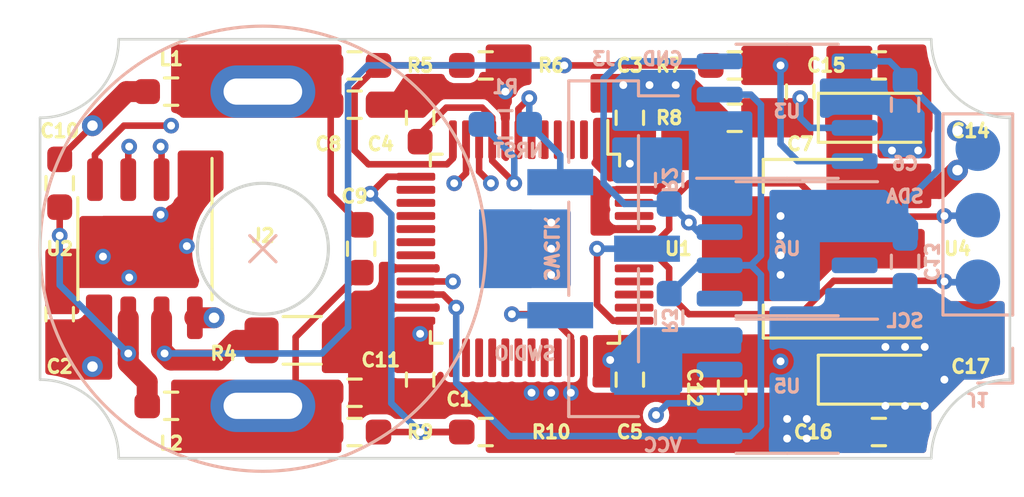
<source format=kicad_pcb>
(kicad_pcb (version 20211014) (generator pcbnew)
  (layers (0 "F.Cu" signal) (1 "In1.Cu" signal) (2 "In2.Cu" signal) (31 "B.Cu" signal) (34 "B.Paste" user) (35 "F.Paste" user) (36 "B.SilkS" user "B.Silkscreen") (37 "F.SilkS" user "F.Silkscreen") (38 "B.Mask" user) (39 "F.Mask" user) (44 "Edge.Cuts" user))
  (net 0 "")
  (net 1 "GNDD")
  (net 2 "+3V3")
  (net 3 "+5V")
  (net 4 "Net-(C7-Pad1)")
  (net 5 "Net-(C7-Pad2)")
  (net 6 "Net-(C8-Pad1)")
  (net 7 "Net-(C11-Pad2)")
  (net 8 "HB1")
  (net 9 "HB2")
  (net 10 "SCL1")
  (net 11 "SDA1")
  (net 12 "SWCLK")
  (net 13 "SWDIO")
  (net 14 "NRST")
  (net 15 "SCL2")
  (net 16 "SDA2")
  (net 17 "ISENS")
  (net 18 "ADC1")
  (net 19 "ADC2")
  (net 26 "DRV1")
  (net 27 "DRV2")
  (footprint "Resistor_SMD:R_0603_1608Metric_Pad0.98x0.95mm_HandSolder" (layer "F.Cu") (at 47 43 180)
    (fp_text reference "C11")
    (fp_text value "1nF")
  )
  (footprint "Resistor_SMD:R_0603_1608Metric_Pad0.98x0.95mm_HandSolder" (layer "F.Cu") (at 52 44.5)
    (fp_text reference "R10")
    (fp_text value "10K")
  )
  (footprint "Resistor_SMD:R_0603_1608Metric_Pad0.98x0.95mm_HandSolder" (layer "F.Cu") (at 47.25 37.5 -90)
    (fp_text reference "C9")
    (fp_text value "1nF")
  )
  (footprint "Custom Footprints:DC motor 17mm" (layer "F.Cu") (at 43.5 37.5)
    (fp_text reference "J2")
    (fp_text value "MOTOR")
    (fp_circle (center 0 0) (end 2.5 0) (layer "Edge.Cuts") (width 0.12) (fill none))
  )
  (footprint "Resistor_SMD:R_0603_1608Metric_Pad0.98x0.95mm_HandSolder" (layer "F.Cu") (at 67 44.5)
    (fp_text reference "C16")
    (fp_text value "100nF")
  )
  (footprint "Resistor_SMD:R_1206_3216Metric_Pad1.30x1.75mm_HandSolder" (layer "F.Cu") (at 45 41)
    (fp_text reference "R4")
    (fp_text value "100m")
  )
  (footprint "Resistor_SMD:R_0603_1608Metric_Pad0.98x0.95mm_HandSolder" (layer "F.Cu") (at 40 31.5 180)
    (fp_text reference "L1")
    (fp_text value "Ferrite")
  )
  (footprint "Resistor_SMD:R_0603_1608Metric_Pad0.98x0.95mm_HandSolder" (layer "F.Cu") (at 47 44.5)
    (fp_text reference "R9")
    (fp_text value "10K")
  )
  (footprint "Resistor_SMD:R_0603_1608Metric_Pad0.98x0.95mm_HandSolder" (layer "F.Cu") (at 57.5 32.5 -90)
    (fp_text reference "C3")
    (fp_text value "100nF")
  )
  (footprint "Package_SO:SOIC-8-1EP_3.9x4.9mm_P1.27mm_EP2.514x3.2mm" (layer "F.Cu") (at 39 37.5 -90)
    (fp_text reference "U2")
    (fp_text value "DRV8870DDA")
  )
  (footprint "Resistor_SMD:R_0603_1608Metric_Pad0.98x0.95mm_HandSolder" (layer "F.Cu") (at 35.75 35 -90)
    (fp_text reference "C10")
    (fp_text value "10nF")
  )
  (footprint "Resistor_SMD:R_0603_1608Metric_Pad0.98x0.95mm_HandSolder" (layer "F.Cu") (at 67 30.5)
    (fp_text reference "C15")
    (fp_text value "100nF")
  )
  (footprint "Resistor_SMD:R_0603_1608Metric_Pad0.98x0.95mm_HandSolder" (layer "F.Cu") (at 64 31.5 -90)
    (fp_text reference "C7")
    (fp_text value "100nF")
  )
  (footprint "Resistor_SMD:R_0603_1608Metric_Pad0.98x0.95mm_HandSolder" (layer "F.Cu") (at 52 30.5)
    (fp_text reference "R6")
    (fp_text value "10K")
  )
  (footprint "Capacitor_Tantalum_SMD:CP_EIA-3216-10_Kemet-I" (layer "F.Cu") (at 67 42.5)
    (fp_text reference "C17")
    (fp_text value "100uF")
  )
  (footprint "Package_TO_SOT_SMD:SOT-223-3_TabPin2" (layer "F.Cu") (at 64.5 37.5 180)
    (fp_text reference "U4")
    (fp_text value "AMS1117-3.3")
  )
  (footprint "Resistor_SMD:R_0603_1608Metric_Pad0.98x0.95mm_HandSolder" (layer "F.Cu") (at 61.5 30.5)
    (fp_text reference "R7")
    (fp_text value "10R")
  )
  (footprint "Resistor_SMD:R_0603_1608Metric_Pad0.98x0.95mm_HandSolder" (layer "F.Cu") (at 61.4 42.8 90)
    (fp_text reference "C12")
    (fp_text value "100nF")
  )
  (footprint "Resistor_SMD:R_0603_1608Metric_Pad0.98x0.95mm_HandSolder" (layer "F.Cu") (at 47 32)
    (fp_text reference "C8")
    (fp_text value "1nF")
  )
  (footprint "Resistor_SMD:R_0603_1608Metric_Pad0.98x0.95mm_HandSolder" (layer "F.Cu") (at 35.75 40 -90)
    (fp_text reference "C2")
    (fp_text value "100nF")
  )
  (footprint "Resistor_SMD:R_0603_1608Metric_Pad0.98x0.95mm_HandSolder" (layer "F.Cu") (at 40 43.5 180)
    (fp_text reference "L2")
    (fp_text value "Ferrite")
  )
  (footprint "Capacitor_Tantalum_SMD:CP_EIA-3216-10_Kemet-I" (layer "F.Cu") (at 67 32.5)
    (fp_text reference "C14")
    (fp_text value "100uF")
  )
  (footprint "Resistor_SMD:R_0603_1608Metric_Pad0.98x0.95mm_HandSolder" (layer "F.Cu") (at 49.5 42.5 90)
    (fp_text reference "C1")
    (fp_text value "100nF")
  )
  (footprint "Resistor_SMD:R_0603_1608Metric_Pad0.98x0.95mm_HandSolder" (layer "F.Cu") (at 47 30.5)
    (fp_text reference "R5")
    (fp_text value "10K")
  )
  (footprint "Resistor_SMD:R_0603_1608Metric_Pad0.98x0.95mm_HandSolder" (layer "F.Cu") (at 57.5 42.5 90)
    (fp_text reference "C5")
    (fp_text value "100nF")
  )
  (footprint "Package_QFP:LQFP-48_7x7mm_P0.5mm" (layer "F.Cu") (at 53.5 37.5 -90)
    (fp_text reference "U1")
    (fp_text value "STM32F103C8Tx")
  )
  (footprint "Resistor_SMD:R_0603_1608Metric_Pad0.98x0.95mm_HandSolder" (layer "F.Cu") (at 61.5 32.5)
    (fp_text reference "R8")
    (fp_text value "10R")
  )
  (footprint "Resistor_SMD:R_0603_1608Metric_Pad0.98x0.95mm_HandSolder" (layer "F.Cu") (at 49.5 32.5 -90)
    (fp_text reference "C4")
    (fp_text value "100nF")
  )
  (footprint "Resistor_SMD:R_0603_1608Metric_Pad0.98x0.95mm_HandSolder" (layer "B.Cu") (at 68 32 90)
    (fp_text reference "C6")
    (fp_text value "100nF")
  )
  (footprint "Resistor_SMD:R_0603_1608Metric_Pad0.98x0.95mm_HandSolder" (layer "B.Cu") (at 59 34.875 -90)
    (fp_text reference "R2")
    (fp_text value "3K3")
  )
  (footprint "Package_SO:SO-8_3.9x4.9mm_P1.27mm" (layer "B.Cu") (at 63.5 42.75 180)
    (fp_text reference "U5")
    (fp_text value "24LC256")
  )
  (footprint "Package_SO:SO-8_3.9x4.9mm_P1.27mm" (layer "B.Cu") (at 63.5 37.5 180)
    (fp_text reference "U6")
    (fp_text value "AS5600")
  )
  (footprint "Package_SO:SO-8_3.9x4.9mm_P1.27mm" (layer "B.Cu") (at 63.5 32.25)
    (fp_text reference "U3")
    (fp_text value "INA219AxD")
  )
  (footprint "Custom Footprints:Pad_1x04_P2.54mm_Vertical" (layer "B.Cu") (at 70.775 41.3)
    (fp_text reference "J1")
    (fp_text value "EXT")
  )
  (footprint "Resistor_SMD:R_0603_1608Metric_Pad0.98x0.95mm_HandSolder" (layer "B.Cu") (at 59 40.125 90)
    (fp_text reference "R3")
    (fp_text value "3K3")
  )
  (footprint "Resistor_SMD:R_0603_1608Metric_Pad0.98x0.95mm_HandSolder" (layer "B.Cu") (at 52.75 32.75 180)
    (fp_text reference "R1")
    (fp_text value "1K")
  )
  (footprint "Connector_PinHeader_2.54mm:PinHeader_1x05_P2.54mm_Vertical_SMD_Pin1Left" (layer "B.Cu") (at 56.5 37.5 180)
    (fp_text reference "J3")
    (fp_text value "PRG")
  )
  (footprint "Resistor_SMD:R_0603_1608Metric_Pad0.98x0.95mm_HandSolder" (layer "B.Cu") (at 68 38 90)
    (fp_text reference "C13")
    (fp_text value "100nF")
  )
  (gr_arc locked (start 72 32.5) (mid 69.87868 31.62132) (end 69 29.5) (layer "Edge.Cuts") (width 0.1))
  (gr_arc locked (start 35 42.5) (mid 37.12132 43.37868) (end 38 45.5) (layer "Edge.Cuts") (width 0.1))
  (gr_line locked (start 35 42.5) (end 35 32.5) (layer "Edge.Cuts") (width 0.1))
  (gr_line locked (start 38 29.5) (end 69 29.5) (layer "Edge.Cuts") (width 0.1))
  (gr_arc locked (start 69 45.5) (mid 69.87868 43.37868) (end 72 42.5) (layer "Edge.Cuts") (width 0.1))
  (gr_line locked (start 72 32.5) (end 72 42.5) (layer "Edge.Cuts") (width 0.1))
  (gr_line locked (start 69 45.5) (end 38 45.5) (layer "Edge.Cuts") (width 0.1))
  (gr_arc locked (start 38 29.5) (mid 37.12132 31.62132) (end 35 32.5) (layer "Edge.Cuts") (width 0.1))
  (gr_text "NRST" (at 53.25 33.75) (layer "B.SilkS") (effects (font (size 0.5 0.5) (thickness 0.125)) (justify mirror)))
  (gr_text "SDA" (at 68 35.5) (layer "B.SilkS") (effects (font (size 0.5 0.5) (thickness 0.125)) (justify mirror)))
  (gr_text "SWDIO" (at 53.5 41.5) (layer "B.SilkS") (effects (font (size 0.5 0.5) (thickness 0.125)) (justify mirror)))
  (gr_text "SWCLK" (at 54.5 37.5 270) (layer "B.SilkS") (effects (font (size 0.5 0.5) (thickness 0.125)) (justify mirror)))
  (gr_text "GND" (at 58.75 30.25) (layer "B.SilkS") (effects (font (size 0.5 0.5) (thickness 0.125)) (justify mirror)))
  (gr_text "SCL" (at 68 40.25) (layer "B.SilkS") (effects (font (size 0.5 0.5) (thickness 0.125)) (justify mirror)))
  (gr_text "VCC" (at 58.75 45) (layer "B.SilkS") (effects (font (size 0.5 0.5) (thickness 0.125)) (justify mirror)))
  (segment (start 56.5 35.609994) (end 56.5 36.390006) (width 0.25) (layer "F.Cu") (net 1))
  (segment (start 52.16248 31.66248) (end 49.58752 31.66248) (width 0.25) (layer "F.Cu") (net 1))
  (segment (start 55.75 42.75) (end 55.75 42.9125) (width 0.25) (layer "F.Cu") (net 1))
  (segment (start 56.25 43.4125) (end 57.5 43.4125) (width 0.25) (layer "F.Cu") (net 1))
  (segment (start 56.859994 35.25) (end 56.5 35.609994) (width 0.25) (layer "F.Cu") (net 1))
  (segment (start 55.75 42.9125) (end 56.25 43.4125) (width 0.25) (layer "F.Cu") (net 1))
  (segment (start 56.859994 36.75) (end 56.5 36.390006) (width 0.25) (layer "F.Cu") (net 1))
  (segment (start 55.75 41.6625) (end 55.75 42.75) (width 0.25) (layer "F.Cu") (net 1))
  (segment (start 57.6625 36.75) (end 56.859994 36.75) (width 0.25) (layer "F.Cu") (net 1))
  (segment (start 52.75 33.3375) (end 52.75 32.25) (width 0.25) (layer "F.Cu") (net 1))
  (segment (start 52.75 32.25) (end 52.16248 31.66248) (width 0.25) (layer "F.Cu") (net 1))
  (segment (start 57.6625 35.25) (end 56.859994 35.25) (width 0.25) (layer "F.Cu") (net 1))
  (via (at 64.25 44.75) (size 0.6) (drill 0.3) (layers "F.Cu" "B.Cu") (net 1))
  (via (at 68.75 41.25) (size 0.6) (drill 0.3) (layers "F.Cu" "B.Cu") (net 1))
  (via (at 53.75 43) (size 0.6) (drill 0.3) (layers "F.Cu" "B.Cu") (net 1))
  (via (at 68 41.25) (size 0.6) (drill 0.3) (layers "F.Cu" "B.Cu") (net 1))
  (via (at 54.5 43) (size 0.6) (drill 0.3) (layers "F.Cu" "B.Cu") (net 1))
  (via (at 57.25 31.25) (size 0.6) (drill 0.3) (layers "F.Cu" "B.Cu") (net 1))
  (via (at 67.25 43.5) (size 0.6) (drill 0.3) (layers "F.Cu" "B.Cu") (net 1))
  (via (at 58.25 31.25) (size 0.6) (drill 0.3) (layers "F.Cu" "B.Cu") (net 1))
  (via (at 39.6 36.2) (size 0.6) (drill 0.3) (layers "F.Cu" "B.Cu") (net 1))
  (via (at 68.75 43.5) (size 0.6) (drill 0.3) (layers "F.Cu" "B.Cu") (net 1))
  (via (at 55.25 43) (size 0.6) (drill 0.3) (layers "F.Cu" "B.Cu") (net 1))
  (via (at 68.5 33.75) (size 0.6) (drill 0.3) (layers "F.Cu" "B.Cu") (net 1))
  (via (at 68 43.5) (size 0.6) (drill 0.3) (layers "F.Cu" "B.Cu") (net 1))
  (via (at 37.4 37.8) (size 0.6) (drill 0.3) (layers "F.Cu" "B.Cu") (net 1))
  (via (at 59.25 31.25) (size 0.6) (drill 0.3) (layers "F.Cu" "B.Cu") (net 1))
  (via (at 54.5 38.5) (size 0.6) (drill 0.3) (layers "F.Cu" "B.Cu") (net 1))
  (via (at 54.5 36.5) (size 0.6) (drill 0.3) (layers "F.Cu" "B.Cu") (net 1))
  (via (at 40.6 37.4) (size 0.6) (drill 0.3) (layers "F.Cu" "B.Cu") (net 1))
  (via (at 67.25 41.25) (size 0.6) (drill 0.3) (layers "F.Cu" "B.Cu") (net 1))
  (via (at 38.4 38.6) (size 0.6) (drill 0.3) (layers "F.Cu" "B.Cu") (net 1))
  (via (at 52.75 31.5) (size 0.6) (drill 0.3) (layers "F.Cu" "B.Cu") (net 1))
  (via (at 63.5 44) (size 0.6) (drill 0.3) (layers "F.Cu" "B.Cu") (net 1))
  (via (at 64.25 44) (size 0.6) (drill 0.3) (layers "F.Cu" "B.Cu") (net 1))
  (via (at 54.5 37.5) (size 0.6) (drill 0.3) (layers "F.Cu" "B.Cu") (net 1))
  (via (at 69.5 42.5) (size 0.6) (drill 0.3) (layers "F.Cu" "B.Cu") (net 1))
  (via (at 67.5 33.75) (size 0.6) (drill 0.3) (layers "F.Cu" "B.Cu") (net 1))
  (via (at 63.5 44.75) (size 0.6) (drill 0.3) (layers "F.Cu" "B.Cu") (net 1))
  (segment (start 52.25 32.5) (end 52.25 33.3375) (width 0.25) (layer "F.Cu") (net 2))
  (segment (start 53.090498 35) (end 53.090498 34.980504) (width 0.25) (layer "F.Cu") (net 2))
  (segment (start 49.5 33.112) (end 50.5 32.112) (width 0.25) (layer "F.Cu") (net 2))
  (segment (start 38.2 32.8) (end 40 32.8) (width 0.25) (layer "F.Cu") (net 2))
  (segment (start 49.5 33.4125) (end 49.5 33.112) (width 0.25) (layer "F.Cu") (net 2))
  (segment (start 51.862 32.112) (end 52.25 32.5) (width 0.25) (layer "F.Cu") (net 2))
  (segment (start 49.5 40.75) (end 49.5 41.5875) (width 0.25) (layer "F.Cu") (net 2))
  (segment (start 50.5 32.112) (end 51.862 32.112) (width 0.25) (layer "F.Cu") (net 2))
  (segment (start 53.090498 34.980504) (end 52.25 34.140006) (width 0.25) (layer "F.Cu") (net 2))
  (segment (start 37.095 33.905) (end 38.2 32.8) (width 0.25) (layer "F.Cu") (net 2))
  (segment (start 37.095 34.8625) (end 37.095 33.905) (width 0.25) (layer "F.Cu") (net 2))
  (segment (start 52.25 34.140006) (end 52.25 33.3375) (width 0.25) (layer "F.Cu") (net 2))
  (via (at 63.25 38.5) (size 0.6) (drill 0.3) (layers "F.Cu" "B.Cu") (net 2))
  (via (at 53.090498 35) (size 0.6) (drill 0.3) (layers "F.Cu" "B.Cu") (net 2))
  (via (at 57.5 34.25) (size 0.6) (drill 0.3) (layers "F.Cu" "B.Cu") (net 2))
  (via (at 56.75 41.75) (size 0.6) (drill 0.3) (layers "F.Cu" "B.Cu") (net 2))
  (via (at 40 32.8) (size 0.6) (drill 0.3) (layers "F.Cu" "B.Cu") (net 2))
  (via (at 63.25 41.8) (size 0.6) (drill 0.3) (layers "F.Cu" "B.Cu") (net 2))
  (via (at 63.25 37) (size 0.6) (drill 0.3) (layers "F.Cu" "B.Cu") (net 2))
  (via (at 49.5 40.75) (size 0.6) (drill 0.3) (layers "F.Cu" "B.Cu") (net 2))
  (via (at 63.25 37.75) (size 0.6) (drill 0.3) (layers "F.Cu" "B.Cu") (net 2))
  (via (at 63.25 36.25) (size 0.6) (drill 0.3) (layers "F.Cu" "B.Cu") (net 2))
  (segment (start 66.075 30.345) (end 67.405 30.345) (width 0.25) (layer "B.Cu") (net 2))
  (segment (start 69.25 34.5) (end 68 35.75) (width 0.25) (layer "B.Cu") (net 2))
  (segment (start 68 31.0875) (end 69.25 32.3375) (width 0.25) (layer "B.Cu") (net 2))
  (segment (start 68 35.75) (end 68 37.0875) (width 0.25) (layer "B.Cu") (net 2))
  (segment (start 69.25 32.3375) (end 69.25 34.5) (width 0.25) (layer "B.Cu") (net 2))
  (segment (start 68 30.94) (end 67.405 30.345) (width 0.25) (layer "B.Cu") (net 2))
  (segment (start 57.7875 33.9625) (end 57.5 34.25) (width 0.25) (layer "B.Cu") (net 2))
  (segment (start 59 41.75) (end 59 41.0375) (width 0.25) (layer "B.Cu") (net 2))
  (segment (start 53.090498 35) (end 53.090498 34.002998) (width 0.25) (layer "B.Cu") (net 2))
  (segment (start 68 31.0875) (end 68 30.94) (width 0.25) (layer "B.Cu") (net 2))
  (segment (start 59 33.9625) (end 57.7875 33.9625) (width 0.25) (layer "B.Cu") (net 2))
  (segment (start 53.090498 34.002998) (end 51.8375 32.75) (width 0.25) (layer "B.Cu") (net 2))
  (segment (start 69.3 35.2) (end 70 34.5) (width 0.8) (layer "F.Cu") (net 3))
  (segment (start 67.65 35.2) (end 69.3 35.2) (width 0.8) (layer "F.Cu") (net 3))
  (via (at 37 42) (size 0.8) (drill 0.4) (layers "F.Cu" "B.Cu") (net 3))
  (via (at 70 33) (size 0.8) (drill 0.4) (layers "F.Cu" "B.Cu") (net 3))
  (via (at 70 34.5) (size 0.8) (drill 0.4) (layers "F.Cu" "B.Cu") (net 3))
  (segment (start 63.25 30.5) (end 63.3375 30.5875) (width 0.25) (layer "F.Cu") (net 4))
  (segment (start 63.3375 30.5875) (end 64 30.5875) (width 0.25) (layer "F.Cu") (net 4))
  (via (at 63.25 30.5) (size 0.6) (drill 0.3) (layers "F.Cu" "B.Cu") (net 4))
  (segment (start 63.25 33.5) (end 63.905 34.155) (width 0.25) (layer "B.Cu") (net 4))
  (segment (start 63.25 30.5) (end 63.25 33.5) (width 0.25) (layer "B.Cu") (net 4))
  (segment (start 63.905 34.155) (end 66.075 34.155) (width 0.25) (layer "B.Cu") (net 4))
  (segment (start 64 32.4125) (end 64 31.75) (width 0.25) (layer "F.Cu") (net 5))
  (via (at 64 31.75) (size 0.6) (drill 0.3) (layers "F.Cu" "B.Cu") (net 5))
  (segment (start 64 32.5) (end 64.385 32.885) (width 0.25) (layer "B.Cu") (net 5))
  (segment (start 64.385 32.885) (end 66.075 32.885) (width 0.25) (layer "B.Cu") (net 5))
  (segment (start 64 31.75) (end 64 32.5) (width 0.25) (layer "B.Cu") (net 5))
  (segment (start 47.25 36.5875) (end 46.0875 35.425) (width 0.25) (layer "F.Cu") (net 6))
  (segment (start 46.0875 35.425) (end 46.0875 32) (width 0.25) (layer "F.Cu") (net 6))
  (segment (start 43.5 43.5) (end 44.5 43.5) (width 0.25) (layer "F.Cu") (net 7))
  (segment (start 44.5 43.5) (end 44.75 43.25) (width 0.25) (layer "F.Cu") (net 7))
  (segment (start 44.75 43.25) (end 44.75 40.875) (width 0.25) (layer "F.Cu") (net 7))
  (segment (start 44.75 40.875) (end 47.2125 38.4125) (width 0.25) (layer "F.Cu") (net 7))
  (segment (start 47.2125 38.4125) (end 47.25 38.4125) (width 0.25) (layer "F.Cu") (net 7))
  (segment (start 35.75 35.9125) (end 35.75 37) (width 0.25) (layer "F.Cu") (net 8))
  (segment (start 38.365 41.5) (end 38.365 41.865) (width 0.8) (layer "F.Cu") (net 8))
  (segment (start 38.365 41.5) (end 38.365 40.1375) (width 0.8) (layer "F.Cu") (net 8))
  (segment (start 38.365 41.865) (end 39.0875 42.5875) (width 0.8) (layer "F.Cu") (net 8))
  (segment (start 39.0875 42.5875) (end 39.0875 43.5) (width 0.8) (layer "F.Cu") (net 8))
  (via (at 38.365 41.5) (size 0.6) (drill 0.3) (layers "F.Cu" "B.Cu") (net 8))
  (via (at 35.75 37) (size 0.6) (drill 0.3) (layers "F.Cu" "B.Cu") (net 8))
  (segment (start 35.75 38.885) (end 35.75 37) (width 0.25) (layer "B.Cu") (net 8))
  (segment (start 38.365 41.5) (end 35.75 38.885) (width 0.25) (layer "B.Cu") (net 8))
  (segment (start 40.905 40.1375) (end 41.6375 40.1375) (width 0.8) (layer "F.Cu") (net 9))
  (segment (start 35.75 34.05) (end 37 32.8) (width 0.25) (layer "F.Cu") (net 9))
  (segment (start 35.75 34.0875) (end 35.75 34.05) (width 0.25) (layer "F.Cu") (net 9))
  (segment (start 39.0875 31.5) (end 38.3 31.5) (width 0.8) (layer "F.Cu") (net 9))
  (segment (start 38.3 31.5) (end 37 32.8) (width 0.8) (layer "F.Cu") (net 9))
  (via (at 41.6375 40.1375) (size 0.8) (drill 0.4) (layers "F.Cu" "B.Cu") (net 9))
  (via (at 37 32.8) (size 0.8) (drill 0.4) (layers "F.Cu" "B.Cu") (net 9))
  (segment (start 65.274511 38.725489) (end 69.475489 38.725489) (width 0.25) (layer "F.Cu") (net 10))
  (segment (start 58.5 37.75) (end 59 38.25) (width 0.25) (layer "F.Cu") (net 10))
  (segment (start 64 40) (end 65.274511 38.725489) (width 0.25) (layer "F.Cu") (net 10))
  (segment (start 59 39.25) (end 59.75 40) (width 0.25) (layer "F.Cu") (net 10))
  (segment (start 59 38.25) (end 59 39.25) (width 0.25) (layer "F.Cu") (net 10))
  (segment (start 69.475489 38.725489) (end 69.5 38.75) (width 0.25) (layer "F.Cu") (net 10))
  (segment (start 57.6625 37.75) (end 58.5 37.75) (width 0.25) (layer "F.Cu") (net 10))
  (segment (start 59.75 40) (end 64 40) (width 0.25) (layer "F.Cu") (net 10))
  (via (at 69.5 38.75) (size 0.6) (drill 0.3) (layers "F.Cu" "B.Cu") (net 10))
  (segment (start 70.725 38.78) (end 69.53 38.78) (width 0.25) (layer "B.Cu") (net 10))
  (segment (start 69.53 38.78) (end 69.5 38.75) (width 0.25) (layer "B.Cu") (net 10))
  (segment (start 59 35.75) (end 59 36.75) (width 0.25) (layer "F.Cu") (net 11))
  (segment (start 59.75 35) (end 59 35.75) (width 0.25) (layer "F.Cu") (net 11))
  (segment (start 69.475489 36.274511) (end 65.274511 36.274511) (width 0.25) (layer "F.Cu") (net 11))
  (segment (start 58.5 37.25) (end 57.6625 37.25) (width 0.25) (layer "F.Cu") (net 11))
  (segment (start 65.274511 36.274511) (end 64 35) (width 0.25) (layer "F.Cu") (net 11))
  (segment (start 69.5 36.25) (end 69.475489 36.274511) (width 0.25) (layer "F.Cu") (net 11))
  (segment (start 59 36.75) (end 58.5 37.25) (width 0.25) (layer "F.Cu") (net 11))
  (segment (start 64 35) (end 59.75 35) (width 0.25) (layer "F.Cu") (net 11))
  (via (at 69.5 36.25) (size 0.6) (drill 0.3) (layers "F.Cu" "B.Cu") (net 11))
  (segment (start 70.725 36.24) (end 69.51 36.24) (width 0.25) (layer "B.Cu") (net 11))
  (segment (start 69.51 36.24) (end 69.5 36.25) (width 0.25) (layer "B.Cu") (net 11))
  (segment (start 56.859994 40.25) (end 57.6625 40.25) (width 0.25) (layer "F.Cu") (net 12))
  (segment (start 56.25 39.640006) (end 56.859994 40.25) (width 0.25) (layer "F.Cu") (net 12))
  (segment (start 56.25 37.5) (end 56.25 39.640006) (width 0.25) (layer "F.Cu") (net 12))
  (via (at 56.25 37.5) (size 0.6) (drill 0.3) (layers "F.Cu" "B.Cu") (net 12))
  (segment (start 56.25 37.5) (end 58.155 37.5) (width 0.25) (layer "B.Cu") (net 12))
  (segment (start 54.390006 40) (end 55.25 40.859994) (width 0.25) (layer "F.Cu") (net 13))
  (segment (start 53 40) (end 54.390006 40) (width 0.25) (layer "F.Cu") (net 13))
  (segment (start 55.25 40.859994) (end 55.25 41.6625) (width 0.25) (layer "F.Cu") (net 13))
  (via (at 53 40) (size 0.6) (drill 0.3) (layers "F.Cu" "B.Cu") (net 13))
  (segment (start 53 40) (end 53.04 40.04) (width 0.25) (layer "B.Cu") (net 13))
  (segment (start 53.04 40.04) (end 54.845 40.04) (width 0.25) (layer "B.Cu") (net 13))
  (segment (start 53.25 32.1625) (end 53.25 33.3375) (width 0.25) (layer "F.Cu") (net 14))
  (segment (start 53.6625 31.75) (end 53.25 32.1625) (width 0.25) (layer "F.Cu") (net 14))
  (via (at 53.6625 31.75) (size 0.6) (drill 0.3) (layers "F.Cu" "B.Cu") (net 14))
  (segment (start 53.6625 32.75) (end 53.6625 31.75) (width 0.25) (layer "B.Cu") (net 14))
  (segment (start 53.6625 32.75) (end 54.845 33.9325) (width 0.25) (layer "B.Cu") (net 14))
  (segment (start 54.845 33.9325) (end 54.845 34.96) (width 0.25) (layer "B.Cu") (net 14))
  (segment (start 50.75 38.75) (end 49.3375 38.75) (width 0.25) (layer "F.Cu") (net 15))
  (via (at 50.75 38.75) (size 0.6) (drill 0.3) (layers "F.Cu" "B.Cu") (net 15))
  (via (at 58.5 43.8505) (size 0.6) (drill 0.3) (layers "F.Cu" "B.Cu") (net 15))
  (via (at 59.75 36.5) (size 0.6) (drill 0.3) (layers "F.Cu" "B.Cu") (net 15))
  (segment (start 60.905489 43.404511) (end 60.925 43.385) (width 0.25) (layer "B.Cu") (net 15))
  (segment (start 60.115 36.865) (end 60.925 36.865) (width 0.25) (layer "B.Cu") (net 15))
  (segment (start 56.5 31.25) (end 56.5 31) (width 0.25) (layer "B.Cu") (net 15))
  (segment (start 59.75 36.5) (end 59.0375 35.7875) (width 0.25) (layer "B.Cu") (net 15))
  (segment (start 59.75 36.5) (end 60.115 36.865) (width 0.25) (layer "B.Cu") (net 15))
  (segment (start 57.2875 35.7875) (end 56.5 35) (width 0.25) (layer "B.Cu") (net 15))
  (segment (start 58.945989 43.404511) (end 60.905489 43.404511) (width 0.25) (layer "B.Cu") (net 15))
  (segment (start 56.5 35) (end 56.5 31.25) (width 0.25) (layer "B.Cu") (net 15))
  (segment (start 56.5 31) (end 57.155 30.345) (width 0.25) (layer "B.Cu") (net 15))
  (segment (start 59 35.7875) (end 57.2875 35.7875) (width 0.25) (layer "B.Cu") (net 15))
  (segment (start 59.0375 35.7875) (end 59 35.7875) (width 0.25) (layer "B.Cu") (net 15))
  (segment (start 57.155 30.345) (end 60.925 30.345) (width 0.25) (layer "B.Cu") (net 15))
  (segment (start 58.5 43.8505) (end 58.945989 43.404511) (width 0.25) (layer "B.Cu") (net 15))
  (segment (start 50.3755 39.25) (end 49.3375 39.25) (width 0.25) (layer "F.Cu") (net 16))
  (segment (start 50.8755 39.75) (end 50.3755 39.25) (width 0.25) (layer "F.Cu") (net 16))
  (via (at 50.8755 39.75) (size 0.6) (drill 0.3) (layers "F.Cu" "B.Cu") (net 16))
  (segment (start 50.8755 42.6255) (end 52.905 44.655) (width 0.25) (layer "B.Cu") (net 16))
  (segment (start 62.135 38.135) (end 62.5 38.5) (width 0.25) (layer "B.Cu") (net 16))
  (segment (start 61.865 38.135) (end 60.925 38.135) (width 0.25) (layer "B.Cu") (net 16))
  (segment (start 52.905 44.655) (end 59.345 44.655) (width 0.25) (layer "B.Cu") (net 16))
  (segment (start 62.095 44.655) (end 60.925 44.655) (width 0.25) (layer "B.Cu") (net 16))
  (segment (start 62.5 38.5) (end 62.5 44.25) (width 0.25) (layer "B.Cu") (net 16))
  (segment (start 62.5 32) (end 62.5 37.75) (width 0.25) (layer "B.Cu") (net 16))
  (segment (start 61.865 38.135) (end 62.135 38.135) (width 0.25) (layer "B.Cu") (net 16))
  (segment (start 50.8755 39.75) (end 50.8755 42.6255) (width 0.25) (layer "B.Cu") (net 16))
  (segment (start 62.115 31.615) (end 62.5 32) (width 0.25) (layer "B.Cu") (net 16))
  (segment (start 60.925 31.615) (end 62.115 31.615) (width 0.25) (layer "B.Cu") (net 16))
  (segment (start 62.5 44.25) (end 62.095 44.655) (width 0.25) (layer "B.Cu") (net 16))
  (segment (start 60.115 38.135) (end 60.925 38.135) (width 0.25) (layer "B.Cu") (net 16))
  (segment (start 60.925 44.655) (end 59.345 44.655) (width 0.25) (layer "B.Cu") (net 16))
  (segment (start 62.115 38.135) (end 61.865 38.135) (width 0.25) (layer "B.Cu") (net 16))
  (segment (start 59 39.25) (end 60.115 38.135) (width 0.25) (layer "B.Cu") (net 16))
  (segment (start 62.5 37.75) (end 62.115 38.135) (width 0.25) (layer "B.Cu") (net 16))
  (segment (start 39.75 41.5) (end 39.635 41.385) (width 0.8) (layer "F.Cu") (net 17))
  (segment (start 42.5 41) (end 43.45 41) (width 0.8) (layer "F.Cu") (net 17))
  (segment (start 41.75 41.75) (end 42.5 41) (width 0.8) (layer "F.Cu") (net 17))
  (segment (start 39.635 41.385) (end 39.635 40.1375) (width 0.8) (layer "F.Cu") (net 17))
  (segment (start 39.75 41.5) (end 40 41.75) (width 0.8) (layer "F.Cu") (net 17))
  (segment (start 40 41.75) (end 41.75 41.75) (width 0.8) (layer "F.Cu") (net 17))
  (segment (start 60.5875 30.5) (end 55 30.5) (width 0.25) (layer "F.Cu") (net 17))
  (via (at 55 30.5) (size 0.6) (drill 0.3) (layers "F.Cu" "B.Cu") (net 17))
  (via (at 39.75 41.5) (size 0.6) (drill 0.3) (layers "F.Cu" "B.Cu") (net 17))
  (segment (start 39.75 41.5) (end 45.75 41.5) (width 0.25) (layer "B.Cu") (net 17))
  (segment (start 46.75 31.25) (end 47.5 30.5) (width 0.25) (layer "B.Cu") (net 17))
  (segment (start 47.5 30.5) (end 55 30.5) (width 0.25) (layer "B.Cu") (net 17))
  (segment (start 45.75 41.5) (end 46.75 40.5) (width 0.25) (layer "B.Cu") (net 17))
  (segment (start 46.75 40.5) (end 46.75 31.25) (width 0.25) (layer "B.Cu") (net 17))
  (segment (start 49.514937 30.5) (end 49.492372 30.477435) (width 0.25) (layer "F.Cu") (net 18))
  (segment (start 47.52548 34.27548) (end 47 33.75) (width 0.25) (layer "F.Cu") (net 18))
  (segment (start 49.469807 30.5) (end 47.9125 30.5) (width 0.25) (layer "F.Cu") (net 18))
  (segment (start 47 33.75) (end 47 31.4125) (width 0.25) (layer "F.Cu") (net 18))
  (segment (start 49.492372 30.477435) (end 49.469807 30.5) (width 0.25) (layer "F.Cu") (net 18))
  (segment (start 50.75 34.05) (end 50.52452 34.27548) (width 0.25) (layer "F.Cu") (net 18))
  (segment (start 50.52452 34.27548) (end 47.52548 34.27548) (width 0.25) (layer "F.Cu") (net 18))
  (segment (start 50.75 33.3375) (end 50.75 34.05) (width 0.25) (layer "F.Cu") (net 18))
  (segment (start 51.0875 30.5) (end 49.514937 30.5) (width 0.25) (layer "F.Cu") (net 18))
  (segment (start 47 31.4125) (end 47.9125 30.5) (width 0.25) (layer "F.Cu") (net 18))
  (segment (start 48.25 34.75) (end 47.6 35.4) (width 0.25) (layer "F.Cu") (net 19))
  (segment (start 49.3375 34.75) (end 48.25 34.75) (width 0.25) (layer "F.Cu") (net 19))
  (segment (start 49.5 44.5) (end 51.0875 44.5) (width 0.25) (layer "F.Cu") (net 19))
  (segment (start 51.0875 44.5) (end 47.9125 44.5) (width 0.25) (layer "F.Cu") (net 19))
  (via (at 49.5 44.5) (size 0.6) (drill 0.3) (layers "F.Cu" "B.Cu") (net 19))
  (via (at 47.6 35.4) (size 0.6) (drill 0.3) (layers "F.Cu" "B.Cu") (net 19))
  (segment (start 48.4 43.4) (end 49.5 44.5) (width 0.25) (layer "B.Cu") (net 19))
  (segment (start 48.4 36.2) (end 48.4 43.4) (width 0.25) (layer "B.Cu") (net 19))
  (segment (start 47.6 35.4) (end 48.4 36.2) (width 0.25) (layer "B.Cu") (net 19))
  (segment (start 51.25 34.616807) (end 51.25 33.3375) (width 0.25) (layer "F.Cu") (net 26))
  (segment (start 38.365 33.635) (end 38.365 34.8625) (width 0.25) (layer "F.Cu") (net 26))
  (segment (start 50.8 35) (end 50.866807 35) (width 0.25) (layer "F.Cu") (net 26))
  (segment (start 50.866807 35) (end 51.25 34.616807) (width 0.25) (layer "F.Cu") (net 26))
  (segment (start 38.4 33.6) (end 38.365 33.635) (width 0.25) (layer "F.Cu") (net 26))
  (via (at 38.4 33.6) (size 0.6) (drill 0.3) (layers "F.Cu" "B.Cu") (net 26))
  (via (at 50.8 35) (size 0.6) (drill 0.3) (layers "F.Cu" "B.Cu") (net 26))
  (segment (start 39.635 33.635) (end 39.635 34.8625) (width 0.25) (layer "F.Cu") (net 27))
  (segment (start 39.6 33.6) (end 39.635 33.635) (width 0.25) (layer "F.Cu") (net 27))
  (segment (start 51.75 34.55) (end 51.75 33.3375) (width 0.25) (layer "F.Cu") (net 27))
  (segment (start 52.2 35) (end 51.75 34.55) (width 0.25) (layer "F.Cu") (net 27))
  (via (at 52.2 35) (size 0.6) (drill 0.3) (layers "F.Cu" "B.Cu") (net 27))
  (via (at 39.6 33.6) (size 0.6) (drill 0.3) (layers "F.Cu" "B.Cu") (net 27))
  (zone (net 2) (net_name "+3V3") (layer "F.Cu") (priority 2) (connect_pads yes (clearance 0.2)) (min_thickness 0.25) (fill yes (thermal_gap 0.508) (thermal_bridge_width 0.508))
    (polygon (pts (xy 58.5 35) (xy 56.75 35) (xy 56 34.25) (xy 56 32.5) (xy 58.5 32.5)))
  )
  (zone (net 1) (net_name "GNDD") (layer "F.Cu") (priority 1) (connect_pads yes (clearance 0.2)) (min_thickness 0.25) (fill yes (thermal_gap 0.508) (thermal_bridge_width 0.508))
    (polygon (pts (xy 42 35.25) (xy 41 39) (xy 36.5 39) (xy 36.5 40) (xy 35 40) (xy 35 37.5) (xy 36.5 37.5) (xy 36.5 36.25) (xy 39.5 36.25) (xy 40.25 35.5) (xy 40.25 33.75) (xy 42 33.75)))
  )
  (zone (net 1) (net_name "GNDD") (layer "F.Cu") (priority 1) (connect_pads yes (clearance 0.2)) (min_thickness 0.25) (fill yes (thermal_gap 0.508) (thermal_bridge_width 0.508))
    (polygon (pts (xy 69 34.25) (xy 66.75 34.25) (xy 66.75 29.5) (xy 69 29.5)))
  )
  (zone (net 1) (net_name "GNDD") (layer "F.Cu") (priority 1) (connect_pads yes (clearance 0.2)) (min_thickness 0.25) (fill yes (thermal_gap 0.508) (thermal_bridge_width 0.508))
    (polygon (pts (xy 53.75 31.25) (xy 53 31.75) (xy 53 34.25) (xy 52.5 34.25) (xy 52.5 32.5) (xy 47.5 32.5) (xy 47.5 31.5) (xy 48.5 31.5) (xy 49 30.75) (xy 52 30.75) (xy 52 29.5) (xy 53.75 29.5)))
  )
  (zone (net 7) (net_name "Net-(C11-Pad2)") (layer "F.Cu") (priority 2) (connect_pads yes (clearance 0.2)) (min_thickness 0.25) (fill yes (thermal_gap 0.508) (thermal_bridge_width 0.508))
    (polygon (pts (xy 46.5 45.5) (xy 40 45.5) (xy 40 42.5) (xy 46.5 42.5)))
  )
  (zone (net 5) (net_name "Net-(C7-Pad2)") (layer "F.Cu") (priority 1) (connect_pads yes (clearance 0.2)) (min_thickness 0.25) (fill yes (thermal_gap 0.508) (thermal_bridge_width 0.508))
    (polygon (pts (xy 64.5 33.25) (xy 61.75 33.25) (xy 61.75 31.75) (xy 64.5 31.75)))
  )
  (zone (net 6) (net_name "Net-(C8-Pad1)") (layer "F.Cu") (priority 1) (connect_pads yes (clearance 0.2)) (min_thickness 0.25) (fill yes (thermal_gap 0.508) (thermal_bridge_width 0.508))
    (polygon (pts (xy 46.5 29.5) (xy 46.5 32.5) (xy 40 32.5) (xy 40 29.5)))
  )
  (zone (net 1) (net_name "GNDD") (layers F&B.Cu) (priority 1) (connect_pads yes (clearance 0.2)) (min_thickness 0.25) (fill yes (thermal_gap 0.508) (thermal_bridge_width 0.508))
    (polygon (pts (xy 69.75 39.5) (xy 72 39.5) (xy 72 42.5) (xy 70.25 42.5) (xy 69 43.75) (xy 69 45.5) (xy 62.8 45.5) (xy 62.8 39) (xy 69 39)))
  )
  (zone (net 1) (net_name "GNDD") (layer "F.Cu") (priority 1) (connect_pads yes (clearance 0.2)) (min_thickness 0.25) (fill yes (thermal_gap 0.508) (thermal_bridge_width 0.508))
    (polygon (pts (xy 65.548796 45.435207) (xy 52 45.5) (xy 52 44) (xy 46.75 44) (xy 46.75 42.25) (xy 45.75 42.25) (xy 45.75 40) (xy 47.75 38) (xy 50.25 38) (xy 50.25 40.75) (xy 56 40.8) (xy 56 42.8) (xy 65.498796 42.735207)))
  )
  (zone (net 4) (net_name "Net-(C7-Pad1)") (layer "F.Cu") (priority 1) (connect_pads yes (clearance 0.2)) (min_thickness 0.25) (fill yes (thermal_gap 0.508) (thermal_bridge_width 0.508))
    (polygon (pts (xy 64.5 31.25) (xy 61.75 31.25) (xy 61.75 29.75) (xy 64.5 29.75)))
  )
  (zone (net 2) (net_name "+3V3") (layer "F.Cu") (priority 2) (connect_pads yes (clearance 0.2)) (min_thickness 0.25) (fill yes (thermal_gap 0.508) (thermal_bridge_width 0.508))
    (polygon (pts (xy 50 42.25) (xy 48.5 42.25) (xy 48.5 40) (xy 50 40)))
  )
  (zone (net 3) (net_name "+5V") (layer "F.Cu") (connect_pads yes (clearance 0.2)) (min_thickness 0.25) (fill yes (thermal_gap 0.508) (thermal_bridge_width 0.508))
    (polygon (pts (xy 37.75 42.5) (xy 35 42.5) (xy 35 40) (xy 36.75 40) (xy 36.75 39.25) (xy 37.75 39.25)))
  )
  (zone (net 2) (net_name "+3V3") (layer "F.Cu") (priority 2) (connect_pads yes (clearance 0.2)) (min_thickness 0.25) (fill yes (thermal_gap 0.508) (thermal_bridge_width 0.508))
    (polygon (pts (xy 66.75 45.5) (xy 65.5 45.5) (xy 65.5 43.5) (xy 64.6 42.8) (xy 56 42.8) (xy 56 40.8) (xy 66.75 40.75)))
  )
  (zone (net 2) (net_name "+3V3") (layer "F.Cu") (priority 2) (connect_pads yes (clearance 0.2)) (min_thickness 0.25) (fill yes (thermal_gap 0.508) (thermal_bridge_width 0.508))
    (polygon (pts (xy 65.25 36.75) (xy 68.75 36.75) (xy 68.75 38.25) (xy 65.25 38.25) (xy 64 39.5) (xy 60.25 39.5) (xy 60.25 35.5) (xy 64 35.5)))
  )
  (zone (net 3) (net_name "+5V") (layer "F.Cu") (priority 2) (connect_pads yes (clearance 0.2)) (min_thickness 0.25) (fill yes (thermal_gap 0.508) (thermal_bridge_width 0.508))
    (polygon (pts (xy 65 29.75) (xy 66.75 29.75) (xy 66.75 34.25) (xy 69 34.25) (xy 69 36) (xy 66.5 36) (xy 65.5 36) (xy 65 35.5)))
  )
  (zone (net 1) (net_name "GNDD") (layer "F.Cu") (priority 1) (connect_pads yes (clearance 0.2)) (min_thickness 0.25) (fill yes (thermal_gap 0.508) (thermal_bridge_width 0.508))
    (polygon (pts (xy 61.5 32.5) (xy 61.5 34.5) (xy 59.5 34.5) (xy 58.5 35.5) (xy 58.5 37) (xy 56 37) (xy 56 30.75) (xy 59.75 30.75)))
  )
  (zone (net 1) (net_name "GNDD") (layer "B.Cu") (priority 2) (connect_pads yes (clearance 0.2)) (min_thickness 0.25) (fill yes (thermal_gap 0.508) (thermal_bridge_width 0.508))
    (polygon (pts (xy 68.75 34) (xy 67 34) (xy 67 32.5) (xy 64.75 32.5) (xy 64.75 31) (xy 68.75 31)))
  )
  (zone (net 1) (net_name "GNDD") (layer "B.Cu") (priority 2) (connect_pads yes (clearance 0.2)) (min_thickness 0.25) (fill yes (thermal_gap 0.508) (thermal_bridge_width 0.508))
    (polygon (pts (xy 55.25 39) (xy 51.75 39) (xy 51.75 36) (xy 55.25 36)))
  )
  (zone (net 2) (net_name "+3V3") (layer "B.Cu") (priority 2) (connect_pads yes (clearance 0.2)) (min_thickness 0.25) (fill yes (thermal_gap 0.508) (thermal_bridge_width 0.508))
    (polygon (pts (xy 61.75 41.5) (xy 59.5 41.5) (xy 59.5 43) (xy 56.75 43) (xy 56.75 41.5) (xy 57.75 40.5) (xy 61.75 40.5)))
  )
  (zone (net 2) (net_name "+3V3") (layer "B.Cu") (priority 1) (connect_pads yes (clearance 0.2)) (min_thickness 0.25) (fill yes (thermal_gap 0.508) (thermal_bridge_width 0.508))
    (polygon (pts (xy 59.5 35) (xy 56.75 35) (xy 56.75 33.25) (xy 59.5 33.25)))
  )
  (zone (net 2) (net_name "+3V3") (layer "B.Cu") (priority 2) (connect_pads yes (clearance 0.2)) (min_thickness 0.25) (fill yes (thermal_gap 0.508) (thermal_bridge_width 0.508))
    (polygon (pts (xy 68.5 36.5) (xy 68.5 37.25) (xy 64.75 37.25) (xy 64.75 39.5) (xy 62.75 39.5) (xy 62.75 35.25) (xy 67.25 35.25)))
  )
  (zone (net 1) (net_name "GNDD") (layer "B.Cu") (priority 2) (connect_pads yes (clearance 0.2)) (min_thickness 0.25) (fill yes (thermal_gap 0.508) (thermal_bridge_width 0.508))
    (polygon (pts (xy 62.25 36.25) (xy 59.75 36.25) (xy 59.75 33) (xy 56.75 33) (xy 56.75 29.5) (xy 60 29.5) (xy 60 32.25) (xy 62.25 32.25)))
  )
)
</source>
